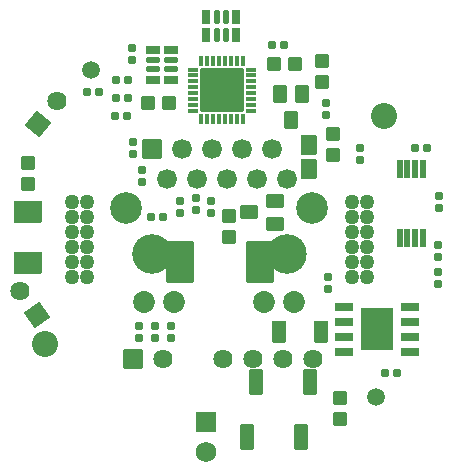
<source format=gbr>
G04 #@! TF.GenerationSoftware,KiCad,Pcbnew,7.0.7*
G04 #@! TF.CreationDate,2024-10-22T14:05:41-07:00*
G04 #@! TF.ProjectId,ESP_POE_1.4a,4553505f-504f-4455-9f31-2e34612e6b69,K*
G04 #@! TF.SameCoordinates,Original*
G04 #@! TF.FileFunction,Soldermask,Bot*
G04 #@! TF.FilePolarity,Negative*
%FSLAX46Y46*%
G04 Gerber Fmt 4.6, Leading zero omitted, Abs format (unit mm)*
G04 Created by KiCad (PCBNEW 7.0.7) date 2024-10-22 14:05:41*
%MOMM*%
%LPD*%
G01*
G04 APERTURE LIST*
G04 Aperture macros list*
%AMRoundRect*
0 Rectangle with rounded corners*
0 $1 Rounding radius*
0 $2 $3 $4 $5 $6 $7 $8 $9 X,Y pos of 4 corners*
0 Add a 4 corners polygon primitive as box body*
4,1,4,$2,$3,$4,$5,$6,$7,$8,$9,$2,$3,0*
0 Add four circle primitives for the rounded corners*
1,1,$1+$1,$2,$3*
1,1,$1+$1,$4,$5*
1,1,$1+$1,$6,$7*
1,1,$1+$1,$8,$9*
0 Add four rect primitives between the rounded corners*
20,1,$1+$1,$2,$3,$4,$5,0*
20,1,$1+$1,$4,$5,$6,$7,0*
20,1,$1+$1,$6,$7,$8,$9,0*
20,1,$1+$1,$8,$9,$2,$3,0*%
G04 Aperture macros list end*
%ADD10RoundRect,0.050800X-0.762000X-0.762000X0.762000X-0.762000X0.762000X0.762000X-0.762000X0.762000X0*%
%ADD11C,1.625600*%
%ADD12RoundRect,0.050800X-0.093922X1.073530X-1.073530X-0.093922X0.093922X-1.073530X1.073530X0.093922X0*%
%ADD13RoundRect,0.050800X-1.061259X0.187129X-0.187129X-1.061259X1.061259X-0.187129X0.187129X1.061259X0*%
%ADD14C,3.351600*%
%ADD15RoundRect,0.102000X-0.739000X-0.739000X0.739000X-0.739000X0.739000X0.739000X-0.739000X0.739000X0*%
%ADD16C,1.682000*%
%ADD17C,1.854000*%
%ADD18C,2.679000*%
%ADD19RoundRect,0.102000X0.765000X-0.765000X0.765000X0.765000X-0.765000X0.765000X-0.765000X-0.765000X0*%
%ADD20C,1.734000*%
%ADD21C,2.201600*%
%ADD22C,1.270000*%
%ADD23RoundRect,0.050800X0.508000X-0.508000X0.508000X0.508000X-0.508000X0.508000X-0.508000X-0.508000X0*%
%ADD24C,1.500000*%
%ADD25RoundRect,0.050800X0.508000X0.889000X-0.508000X0.889000X-0.508000X-0.889000X0.508000X-0.889000X0*%
%ADD26RoundRect,0.050800X-0.508000X-1.016000X0.508000X-1.016000X0.508000X1.016000X-0.508000X1.016000X0*%
%ADD27RoundRect,0.050800X-0.275000X0.250000X-0.275000X-0.250000X0.275000X-0.250000X0.275000X0.250000X0*%
%ADD28RoundRect,0.050800X0.275000X-0.250000X0.275000X0.250000X-0.275000X0.250000X-0.275000X-0.250000X0*%
%ADD29RoundRect,0.050800X-0.250000X-0.275000X0.250000X-0.275000X0.250000X0.275000X-0.250000X0.275000X0*%
%ADD30RoundRect,0.050800X0.250000X0.275000X-0.250000X0.275000X-0.250000X-0.275000X0.250000X-0.275000X0*%
%ADD31RoundRect,0.050800X0.508000X0.508000X-0.508000X0.508000X-0.508000X-0.508000X0.508000X-0.508000X0*%
%ADD32RoundRect,0.050800X0.635000X-0.762000X0.635000X0.762000X-0.635000X0.762000X-0.635000X-0.762000X0*%
%ADD33RoundRect,0.050800X-0.400000X-0.125000X0.400000X-0.125000X0.400000X0.125000X-0.400000X0.125000X0*%
%ADD34RoundRect,0.050800X-0.125000X0.400000X-0.125000X-0.400000X0.125000X-0.400000X0.125000X0.400000X0*%
%ADD35RoundRect,0.050800X0.400000X0.125000X-0.400000X0.125000X-0.400000X-0.125000X0.400000X-0.125000X0*%
%ADD36RoundRect,0.050800X0.125000X-0.400000X0.125000X0.400000X-0.125000X0.400000X-0.125000X-0.400000X0*%
%ADD37RoundRect,0.050800X0.300000X-0.300000X0.300000X0.300000X-0.300000X0.300000X-0.300000X-0.300000X0*%
%ADD38RoundRect,0.050800X0.711200X-0.711200X0.711200X0.711200X-0.711200X0.711200X-0.711200X-0.711200X0*%
%ADD39RoundRect,0.050800X1.800000X-1.800000X1.800000X1.800000X-1.800000X1.800000X-1.800000X-1.800000X0*%
%ADD40RoundRect,0.050800X0.500000X-0.700000X0.500000X0.700000X-0.500000X0.700000X-0.500000X-0.700000X0*%
%ADD41RoundRect,0.050800X-0.508000X0.508000X-0.508000X-0.508000X0.508000X-0.508000X0.508000X0.508000X0*%
%ADD42RoundRect,0.050800X-0.700000X-0.500000X0.700000X-0.500000X0.700000X0.500000X-0.700000X0.500000X0*%
%ADD43RoundRect,0.050800X-0.317500X-0.508000X0.317500X-0.508000X0.317500X0.508000X-0.317500X0.508000X0*%
%ADD44RoundRect,0.050800X-0.190500X-0.508000X0.190500X-0.508000X0.190500X0.508000X-0.190500X0.508000X0*%
%ADD45RoundRect,0.050800X1.143000X-0.889000X1.143000X0.889000X-1.143000X0.889000X-1.143000X-0.889000X0*%
%ADD46RoundRect,0.050800X-0.175000X0.750000X-0.175000X-0.750000X0.175000X-0.750000X0.175000X0.750000X0*%
%ADD47RoundRect,0.050800X0.508000X-0.317500X0.508000X0.317500X-0.508000X0.317500X-0.508000X-0.317500X0*%
%ADD48RoundRect,0.050800X0.508000X-0.190500X0.508000X0.190500X-0.508000X0.190500X-0.508000X-0.190500X0*%
%ADD49RoundRect,0.050800X-1.100000X-1.700000X1.100000X-1.700000X1.100000X1.700000X-1.100000X1.700000X0*%
%ADD50RoundRect,0.050800X0.700000X-0.300000X0.700000X0.300000X-0.700000X0.300000X-0.700000X-0.300000X0*%
%ADD51C,1.901600*%
%ADD52RoundRect,0.050800X-1.300000X-1.750000X1.300000X-1.750000X1.300000X1.750000X-1.300000X1.750000X0*%
G04 APERTURE END LIST*
D10*
X106832400Y-150876000D03*
D11*
X109372400Y-150876000D03*
X114452400Y-150876000D03*
X116992400Y-150876000D03*
X119532400Y-150876000D03*
X122072400Y-150876000D03*
X100431600Y-129082800D03*
D12*
X98824630Y-130997912D03*
D11*
X97321258Y-145119720D03*
D13*
X98755200Y-147167600D03*
D14*
X108432600Y-141986000D03*
X119862600Y-141986000D03*
D15*
X108432600Y-133096000D03*
D16*
X109702600Y-135636000D03*
X110972600Y-133096000D03*
X112242600Y-135636000D03*
X113512600Y-133096000D03*
X114782600Y-135636000D03*
X116052600Y-133096000D03*
X117322600Y-135636000D03*
X118592600Y-133096000D03*
X119862600Y-135636000D03*
D17*
X107822600Y-146094000D03*
X117932600Y-146094000D03*
X110362600Y-146094000D03*
X120472600Y-146094000D03*
D18*
X106273600Y-138100000D03*
X122021600Y-138100000D03*
D19*
X113030000Y-156260800D03*
D20*
X113030000Y-158800800D03*
D21*
X99415600Y-149606000D03*
D22*
X126644400Y-143967200D03*
X125374400Y-143967200D03*
X126644400Y-142697200D03*
X125374400Y-142697200D03*
X126644400Y-141427200D03*
X125374400Y-141427200D03*
X126644400Y-140157200D03*
X125374400Y-140157200D03*
X126644400Y-138887200D03*
X125374400Y-138887200D03*
X126644400Y-137617200D03*
X125374400Y-137617200D03*
D21*
X128117600Y-130352800D03*
D23*
X97993200Y-136042400D03*
X97993200Y-134264400D03*
D24*
X103327200Y-126441200D03*
D25*
X122783600Y-148590000D03*
X119227600Y-148590000D03*
D26*
X117297200Y-152806400D03*
X121869200Y-152806400D03*
X116535200Y-157530800D03*
X121107200Y-157530800D03*
D27*
X126085600Y-134010400D03*
D28*
X126085600Y-132994400D03*
D23*
X123799600Y-133654800D03*
X123799600Y-131876800D03*
D29*
X106426000Y-127304800D03*
D30*
X105410000Y-127304800D03*
D31*
X120599200Y-125933200D03*
X118821200Y-125933200D03*
X109931200Y-129235200D03*
X108153200Y-129235200D03*
D32*
X121767600Y-134823200D03*
X121767600Y-132791200D03*
D33*
X111941924Y-129877277D03*
X111941924Y-129377277D03*
X111941924Y-128877277D03*
X111941924Y-128377277D03*
X111941924Y-127877277D03*
X111941924Y-127377277D03*
X111941924Y-126877277D03*
X111941924Y-126377277D03*
D34*
X112641924Y-125677277D03*
X113141924Y-125677277D03*
X113641924Y-125677277D03*
X114141924Y-125677277D03*
X114641924Y-125677277D03*
X115141924Y-125677277D03*
X115641924Y-125677277D03*
X116141924Y-125677277D03*
D35*
X116841924Y-126377277D03*
X116841924Y-126877277D03*
X116841924Y-127377277D03*
X116841924Y-127877277D03*
X116841924Y-128377277D03*
X116841924Y-128877277D03*
X116841924Y-129377277D03*
X116841924Y-129877277D03*
D36*
X116141924Y-130577277D03*
X115641924Y-130577277D03*
X115141924Y-130577277D03*
X114641924Y-130577277D03*
X114141924Y-130577277D03*
X113641924Y-130577277D03*
X113141924Y-130577277D03*
X112641924Y-130577277D03*
D37*
X113891924Y-129427277D03*
X114891924Y-129427277D03*
X113091924Y-128627277D03*
X115691924Y-128627277D03*
D38*
X114391924Y-128127277D03*
D39*
X114391924Y-128127277D03*
D37*
X113091924Y-127627277D03*
X115691924Y-127627277D03*
X113891924Y-126827277D03*
X114891924Y-126827277D03*
D40*
X119293640Y-128432560D03*
X121196100Y-128432560D03*
X120241060Y-130642360D03*
D27*
X110794800Y-138531600D03*
D28*
X110794800Y-137515600D03*
D27*
X123190000Y-130251200D03*
D28*
X123190000Y-129235200D03*
D41*
X122885200Y-125628400D03*
X122885200Y-127406400D03*
D42*
X118872000Y-137515600D03*
X118872000Y-139418060D03*
X116662200Y-138463020D03*
D30*
X118618000Y-124307600D03*
D29*
X119634000Y-124307600D03*
X106426000Y-128778000D03*
D30*
X105410000Y-128778000D03*
D29*
X106375200Y-130302000D03*
D30*
X105359200Y-130302000D03*
D41*
X114960400Y-138785600D03*
X114960400Y-140563600D03*
D27*
X112217200Y-138277600D03*
D28*
X112217200Y-137261600D03*
X107594400Y-134924800D03*
D27*
X107594400Y-135940800D03*
D29*
X109372400Y-138836400D03*
D30*
X108356400Y-138836400D03*
D28*
X113436400Y-137515600D03*
D27*
X113436400Y-138531600D03*
D43*
X113055400Y-121970800D03*
X113055400Y-123494800D03*
D44*
X113944400Y-121970800D03*
X113944400Y-123494800D03*
X114706400Y-121970800D03*
X114706400Y-123494800D03*
D43*
X115595400Y-121970800D03*
X115595400Y-123494800D03*
D27*
X106883200Y-133553200D03*
D28*
X106883200Y-132537200D03*
D29*
X103987600Y-128270000D03*
D30*
X102971600Y-128270000D03*
D45*
X97993200Y-142798800D03*
X97993200Y-138444800D03*
D28*
X110083600Y-148132800D03*
D27*
X110083600Y-149148800D03*
D29*
X131775200Y-132994400D03*
D30*
X130759200Y-132994400D03*
D28*
X123342400Y-143967200D03*
D27*
X123342400Y-144983200D03*
X132791200Y-138074400D03*
D28*
X132791200Y-137058400D03*
D46*
X129428600Y-134768800D03*
X130078600Y-134768800D03*
X130728600Y-134768800D03*
X131378600Y-134768800D03*
X131378600Y-140668800D03*
X130728600Y-140668800D03*
X130078600Y-140668800D03*
X129428600Y-140668800D03*
D28*
X106730800Y-124561600D03*
D27*
X106730800Y-125577600D03*
D47*
X108508800Y-127254000D03*
X110032800Y-127254000D03*
D48*
X108508800Y-126365000D03*
X110032800Y-126365000D03*
X108508800Y-125603000D03*
X110032800Y-125603000D03*
D47*
X108508800Y-124714000D03*
X110032800Y-124714000D03*
D41*
X124358400Y-154228800D03*
X124358400Y-156006800D03*
D29*
X129235200Y-152095200D03*
D30*
X128219200Y-152095200D03*
D49*
X110802000Y-142697200D03*
X117602000Y-142697200D03*
D27*
X107340400Y-149148800D03*
D28*
X107340400Y-148132800D03*
D50*
X124708000Y-150291800D03*
X124708000Y-149021800D03*
X124708000Y-147751800D03*
X124708000Y-146481800D03*
X130308000Y-146481800D03*
X130308000Y-147751800D03*
X130308000Y-149021800D03*
X130308000Y-150291800D03*
D51*
X127508000Y-148386800D03*
D52*
X127508000Y-148386800D03*
D28*
X108712000Y-148132800D03*
D27*
X108712000Y-149148800D03*
D28*
X132689600Y-143560800D03*
D27*
X132689600Y-144576800D03*
D28*
X132689600Y-141224000D03*
D27*
X132689600Y-142240000D03*
D24*
X127406400Y-154076400D03*
D22*
X101650800Y-143967200D03*
X102920800Y-143967200D03*
X101650800Y-142697200D03*
X102920800Y-142697200D03*
X101650800Y-141427200D03*
X102920800Y-141427200D03*
X101650800Y-140157200D03*
X102920800Y-140157200D03*
X101650800Y-138887200D03*
X102920800Y-138887200D03*
X101650800Y-137617200D03*
X102920800Y-137617200D03*
M02*

</source>
